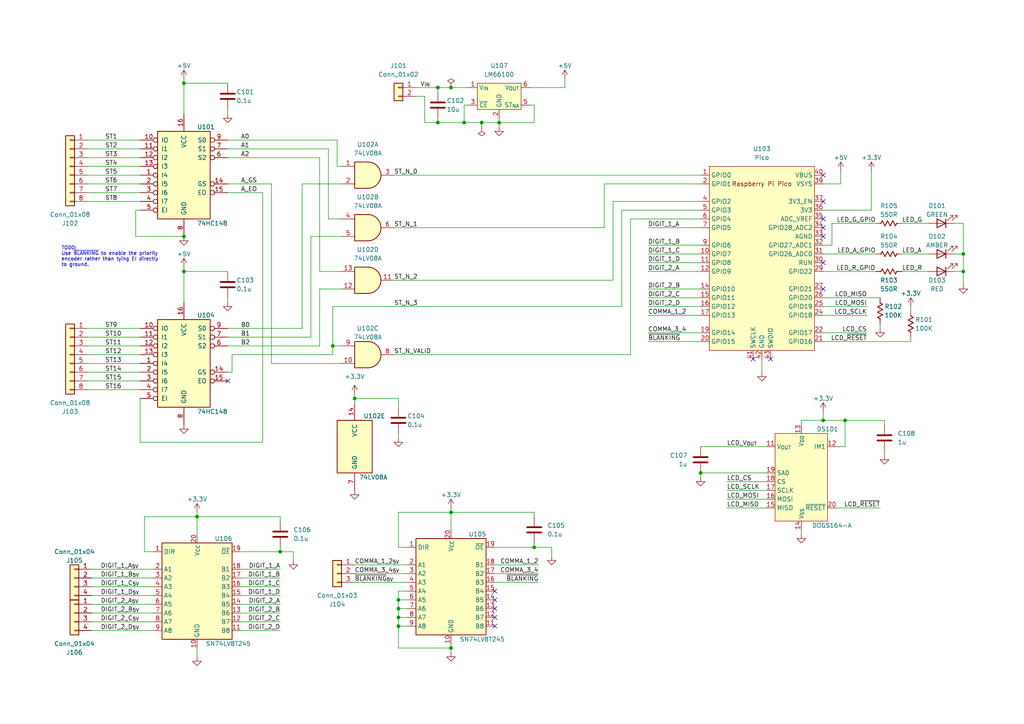
<source format=kicad_sch>
(kicad_sch (version 20230121) (generator eeschema)
  (paper "A4")
  (lib_symbols
    (symbol "74xx:74LS08" (pin_names (offset 1.016))
      (property "Reference" "U" (at 0 1.27 0))
      (property "Value" "74LS08" (at 0 -1.27 0))
      (symbol "74LS08_1_1"
        (pin input line (at -7.62 2.54 0) (length 3.81) (name "~") (number "1"))
        (pin input line (at -7.62 -2.54 0) (length 3.81) (name "~") (number "2"))
        (pin output line (at 7.62 0 180) (length 3.81) (name "~") (number "3"))
      )
      (symbol "74LS08_1_2"
        (pin input inverted (at -7.62 2.54 0) (length 4.318) (name "~") (number "1"))
        (pin input inverted (at -7.62 -2.54 0) (length 4.318) (name "~") (number "2"))
        (pin output inverted (at 7.62 0 180) (length 3.81) (name "~") (number "3"))
      )
      (symbol "74LS08_2_1"
        (pin input line (at -7.62 2.54 0) (length 3.81) (name "~") (number "4"))
        (pin input line (at -7.62 -2.54 0) (length 3.81) (name "~") (number "5"))
        (pin output line (at 7.62 0 180) (length 3.81) (name "~") (number "6"))
      )
      (symbol "74LS08_2_2"
        (pin input inverted (at -7.62 2.54 0) (length 4.318) (name "~") (number "4"))
        (pin input inverted (at -7.62 -2.54 0) (length 4.318) (name "~") (number "5"))
        (pin output inverted (at 7.62 0 180) (length 3.81) (name "~") (number "6"))
      )
      (symbol "74LS08_3_1"
        (pin input line (at -7.62 -2.54 0) (length 3.81) (name "~") (number "10"))
        (pin output line (at 7.62 0 180) (length 3.81) (name "~") (number "8"))
        (pin input line (at -7.62 2.54 0) (length 3.81) (name "~") (number "9"))
      )
      (symbol "74LS08_3_2"
        (pin input inverted (at -7.62 -2.54 0) (length 4.318) (name "~") (number "10"))
        (pin output inverted (at 7.62 0 180) (length 3.81) (name "~") (number "8"))
        (pin input inverted (at -7.62 2.54 0) (length 4.318) (name "~") (number "9"))
      )
      (symbol "74LS08_4_1"
        (pin output line (at 7.62 0 180) (length 3.81) (name "~") (number "11"))
        (pin input line (at -7.62 2.54 0) (length 3.81) (name "~") (number "12"))
        (pin input line (at -7.62 -2.54 0) (length 3.81) (name "~") (number "13"))
      )
      (symbol "74LS08_4_2"
        (pin output inverted (at 7.62 0 180) (length 3.81) (name "~") (number "11"))
        (pin input inverted (at -7.62 2.54 0) (length 4.318) (name "~") (number "12"))
        (pin input inverted (at -7.62 -2.54 0) (length 4.318) (name "~") (number "13"))
      )
      (symbol "74LS08_5_0"
        (pin power_in line (at 0 12.7 270) (length 5.08) (name "VCC") (number "14"))
        (pin power_in line (at 0 -12.7 90) (length 5.08) (name "GND") (number "7"))
      )
    )
    (symbol "74xx:74LS148" (pin_names (offset 1.016))
      (property "Reference" "U" (at -7.62 13.97 0))
      (property "Value" "74LS148" (at -7.62 -13.97 0))
      (symbol "74LS148_1_0"
        (pin input inverted (at -12.7 0 0) (length 5.08) (name "I4") (number "1"))
        (pin input inverted (at -12.7 10.16 0) (length 5.08) (name "IO") (number "10"))
        (pin input inverted (at -12.7 7.62 0) (length 5.08) (name "I1") (number "11"))
        (pin input inverted (at -12.7 5.08 0) (length 5.08) (name "I2") (number "12"))
        (pin input inverted (at -12.7 2.54 0) (length 5.08) (name "I3") (number "13"))
        (pin output inverted (at 12.7 -2.54 180) (length 5.08) (name "GS") (number "14"))
        (pin output inverted (at 12.7 -5.08 180) (length 5.08) (name "EO") (number "15"))
        (pin power_in line (at 0 17.78 270) (length 5.08) (name "VCC") (number "16"))
        (pin input inverted (at -12.7 -2.54 0) (length 5.08) (name "I5") (number "2"))
        (pin input inverted (at -12.7 -5.08 0) (length 5.08) (name "I6") (number "3"))
        (pin input inverted (at -12.7 -7.62 0) (length 5.08) (name "I7") (number "4"))
        (pin input inverted (at -12.7 -10.16 0) (length 5.08) (name "EI") (number "5"))
        (pin output inverted (at 12.7 5.08 180) (length 5.08) (name "S2") (number "6"))
        (pin output inverted (at 12.7 7.62 180) (length 5.08) (name "S1") (number "7"))
        (pin power_in line (at 0 -17.78 90) (length 5.08) (name "GND") (number "8"))
        (pin output inverted (at 12.7 10.16 180) (length 5.08) (name "S0") (number "9"))
      )
    )
    (symbol "Capacitor_US_AKL:C_0805" (pin_numbers hide) (pin_names (offset 0.254))
      (property "Reference" "C" (at 0.635 2.54 0))
      (property "Value" "C_0805" (at 0.635 -2.54 0))
      (symbol "C_0805_1_1"
        (pin passive line (at 0 3.81 270) (length 2.794) (name "~") (number "1"))
        (pin passive line (at 0 -3.81 90) (length 2.794) (name "~") (number "2"))
      )
    )
    (symbol "Connector_Generic:Conn_01x02" (pin_names (offset 1.016) hide)
      (property "Reference" "J" (at 0 2.54 0))
      (property "Value" "Conn_01x02" (at 0 -5.08 0))
      (symbol "Conn_01x02_1_1"
        (pin passive line (at -5.08 0 0) (length 3.81) (name "Pin_1") (number "1"))
        (pin passive line (at -5.08 -2.54 0) (length 3.81) (name "Pin_2") (number "2"))
      )
    )
    (symbol "Connector_Generic:Conn_01x03" (pin_names (offset 1.016) hide)
      (property "Reference" "J" (at 0 5.08 0))
      (property "Value" "Conn_01x03" (at 0 -5.08 0))
      (symbol "Conn_01x03_1_1"
        (pin passive line (at -5.08 2.54 0) (length 3.81) (name "Pin_1") (number "1"))
        (pin passive line (at -5.08 0 0) (length 3.81) (name "Pin_2") (number "2"))
        (pin passive line (at -5.08 -2.54 0) (length 3.81) (name "Pin_3") (number "3"))
      )
    )
    (symbol "Connector_Generic:Conn_01x04" (pin_names (offset 1.016) hide)
      (property "Reference" "J" (at 0 5.08 0))
      (property "Value" "Conn_01x04" (at 0 -7.62 0))
      (symbol "Conn_01x04_1_1"
        (pin passive line (at -5.08 2.54 0) (length 3.81) (name "Pin_1") (number "1"))
        (pin passive line (at -5.08 0 0) (length 3.81) (name "Pin_2") (number "2"))
        (pin passive line (at -5.08 -2.54 0) (length 3.81) (name "Pin_3") (number "3"))
        (pin passive line (at -5.08 -5.08 0) (length 3.81) (name "Pin_4") (number "4"))
      )
    )
    (symbol "Connector_Generic:Conn_01x08" (pin_names (offset 1.016) hide)
      (property "Reference" "J" (at 0 10.16 0))
      (property "Value" "Conn_01x08" (at 0 -12.7 0))
      (symbol "Conn_01x08_1_1"
        (pin passive line (at -5.08 7.62 0) (length 3.81) (name "Pin_1") (number "1"))
        (pin passive line (at -5.08 5.08 0) (length 3.81) (name "Pin_2") (number "2"))
        (pin passive line (at -5.08 2.54 0) (length 3.81) (name "Pin_3") (number "3"))
        (pin passive line (at -5.08 0 0) (length 3.81) (name "Pin_4") (number "4"))
        (pin passive line (at -5.08 -2.54 0) (length 3.81) (name "Pin_5") (number "5"))
        (pin passive line (at -5.08 -5.08 0) (length 3.81) (name "Pin_6") (number "6"))
        (pin passive line (at -5.08 -7.62 0) (length 3.81) (name "Pin_7") (number "7"))
        (pin passive line (at -5.08 -10.16 0) (length 3.81) (name "Pin_8") (number "8"))
      )
    )
    (symbol "Device:LED" (pin_numbers hide) (pin_names (offset 1.016) hide)
      (property "Reference" "D" (at 0 2.54 0))
      (property "Value" "LED" (at 0 -2.54 0))
      (symbol "LED_1_1"
        (pin passive line (at -3.81 0 0) (length 2.54) (name "K") (number "1"))
        (pin passive line (at 3.81 0 180) (length 2.54) (name "A") (number "2"))
      )
    )
    (symbol "Display_Character_bdash:EA_DOGS164-A"
      (property "Reference" "DS" (at -6.35 12.7 0))
      (property "Value" "DOGS164-A" (at 7.62 12.7 0))
      (symbol "EA_DOGS164-A_0_0"
        (pin power_out line (at -10.16 7.62 0) (length 2.54) (name "V_{OUT}") (number "11"))
        (pin input line (at 10.16 7.62 180) (length 2.54) (name "IM1") (number "12"))
        (pin power_in line (at 0 13.97 270) (length 2.54) (name "V_{DD}") (number "13"))
        (pin power_in line (at 0 -16.51 90) (length 2.54) (name "V_{SS}") (number "14"))
        (pin input line (at -10.16 -5.08 0) (length 2.54) (name "SCLK") (number "17"))
        (pin input line (at -10.16 -2.54 0) (length 2.54) (name "CS") (number "18"))
        (pin input line (at -10.16 0 0) (length 2.54) (name "SA0") (number "19"))
        (pin input line (at 10.16 -10.16 180) (length 2.54) (name "~{RESET}") (number "20"))
      )
      (symbol "EA_DOGS164-A_1_0"
        (pin no_connect line (at 7.62 1.27 180) (length 2.54) hide (name "") (number "1"))
        (pin no_connect line (at 7.62 -6.35 180) (length 2.54) hide (name "") (number "10"))
        (pin output line (at -10.16 -10.16 0) (length 2.54) (name "SOD") (number "15") (alternate "MISO" output line))
        (pin input line (at -10.16 -7.62 0) (length 2.54) (name "SID") (number "16") (alternate "MOSI" input line))
        (pin no_connect line (at 7.62 -1.27 180) (length 2.54) hide (name "") (number "2"))
        (pin no_connect line (at 7.62 -3.81 180) (length 2.54) hide (name "") (number "9"))
      )
    )
    (symbol "Logic_LevelTranslator_bdash:SN74LV8T245"
      (property "Reference" "U" (at -8.89 13.97 0))
      (property "Value" "SN74LV8T245" (at 12.7 13.97 0))
      (symbol "SN74LV8T245_1_1"
        (pin input line (at -12.7 10.16 0) (length 2.54) (name "DIR") (number "1"))
        (pin power_in line (at 0 -17.78 90) (length 2.54) (name "GND") (number "10"))
        (pin bidirectional line (at 12.7 -12.7 180) (length 2.54) (name "B8") (number "11"))
        (pin bidirectional line (at 12.7 -10.16 180) (length 2.54) (name "B7") (number "12"))
        (pin bidirectional line (at 12.7 -7.62 180) (length 2.54) (name "B6") (number "13"))
        (pin bidirectional line (at 12.7 -5.08 180) (length 2.54) (name "B5") (number "14"))
        (pin bidirectional line (at 12.7 -2.54 180) (length 2.54) (name "B4") (number "15"))
        (pin bidirectional line (at 12.7 0 180) (length 2.54) (name "B3") (number "16"))
        (pin bidirectional line (at 12.7 2.54 180) (length 2.54) (name "B2") (number "17"))
        (pin bidirectional line (at 12.7 5.08 180) (length 2.54) (name "B1") (number "18"))
        (pin input line (at 12.7 10.16 180) (length 2.54) (name "~{OE}") (number "19"))
        (pin bidirectional line (at -12.7 5.08 0) (length 2.54) (name "A1") (number "2"))
        (pin power_in line (at 0 15.24 270) (length 2.54) (name "V_{CC}") (number "20"))
        (pin bidirectional line (at -12.7 2.54 0) (length 2.54) (name "A2") (number "3"))
        (pin bidirectional line (at -12.7 0 0) (length 2.54) (name "A3") (number "4"))
        (pin bidirectional line (at -12.7 -2.54 0) (length 2.54) (name "A4") (number "5"))
        (pin bidirectional line (at -12.7 -5.08 0) (length 2.54) (name "A5") (number "6"))
        (pin bidirectional line (at -12.7 -7.62 0) (length 2.54) (name "A6") (number "7"))
        (pin bidirectional line (at -12.7 -10.16 0) (length 2.54) (name "A7") (number "8"))
        (pin bidirectional line (at -12.7 -12.7 0) (length 2.54) (name "A8") (number "9"))
      )
    )
    (symbol "MCU_RaspberryPi_and_Boards_bdash:Pico"
      (property "Reference" "U104" (at 0 31.75 0))
      (property "Value" "Pico" (at 0 29.21 0))
      (symbol "Pico_0_0"
        (text "Raspberry Pi Pico" (at 0 21.59 0) (effects (font (size 1.27 1.27))))
      )
      (symbol "Pico_1_1"
        (pin bidirectional line (at -17.78 24.13 0) (length 2.54) (name "GPIO0") (number "1"))
        (pin bidirectional line (at -17.78 1.27 0) (length 2.54) (name "GPIO7") (number "10"))
        (pin bidirectional line (at -17.78 -1.27 0) (length 2.54) (name "GPIO8") (number "11"))
        (pin bidirectional line (at -17.78 -3.81 0) (length 2.54) (name "GPIO9") (number "12"))
        (pin power_in line (at 0 -29.21 90) (length 2.54) hide (name "GND") (number "13"))
        (pin bidirectional line (at -17.78 -8.89 0) (length 2.54) (name "GPIO10") (number "14"))
        (pin bidirectional line (at -17.78 -11.43 0) (length 2.54) (name "GPIO11") (number "15"))
        (pin bidirectional line (at -17.78 -13.97 0) (length 2.54) (name "GPIO12") (number "16"))
        (pin bidirectional line (at -17.78 -16.51 0) (length 2.54) (name "GPIO13") (number "17"))
        (pin power_in line (at 0 -29.21 90) (length 2.54) hide (name "GND") (number "18"))
        (pin bidirectional line (at -17.78 -21.59 0) (length 2.54) (name "GPIO14") (number "19"))
        (pin bidirectional line (at -17.78 21.59 0) (length 2.54) (name "GPIO1") (number "2"))
        (pin bidirectional line (at -17.78 -24.13 0) (length 2.54) (name "GPIO15") (number "20"))
        (pin bidirectional line (at 17.78 -24.13 180) (length 2.54) (name "GPIO16") (number "21"))
        (pin bidirectional line (at 17.78 -21.59 180) (length 2.54) (name "GPIO17") (number "22"))
        (pin power_in line (at 0 -29.21 90) (length 2.54) hide (name "GND") (number "23"))
        (pin bidirectional line (at 17.78 -16.51 180) (length 2.54) (name "GPIO18") (number "24"))
        (pin bidirectional line (at 17.78 -13.97 180) (length 2.54) (name "GPIO19") (number "25"))
        (pin bidirectional line (at 17.78 -11.43 180) (length 2.54) (name "GPIO20") (number "26"))
        (pin bidirectional line (at 17.78 -8.89 180) (length 2.54) (name "GPIO21") (number "27"))
        (pin power_in line (at 0 -29.21 90) (length 2.54) hide (name "GND") (number "28"))
        (pin bidirectional line (at 17.78 -3.81 180) (length 2.54) (name "GPIO22") (number "29"))
        (pin power_in line (at 0 -29.21 90) (length 2.54) hide (name "GND") (number "3"))
        (pin input line (at 17.78 -1.27 180) (length 2.54) (name "RUN") (number "30"))
        (pin bidirectional line (at 17.78 1.27 180) (length 2.54) (name "GPIO26_ADC0") (number "31"))
        (pin bidirectional line (at 17.78 3.81 180) (length 2.54) (name "GPIO27_ADC1") (number "32"))
        (pin power_in line (at 17.78 6.35 180) (length 2.54) (name "AGND") (number "33"))
        (pin bidirectional line (at 17.78 8.89 180) (length 2.54) (name "GPIO28_ADC2") (number "34"))
        (pin power_in line (at 17.78 11.43 180) (length 2.54) (name "ADC_VREF") (number "35"))
        (pin power_out line (at 17.78 13.97 180) (length 2.54) (name "3V3") (number "36"))
        (pin input line (at 17.78 16.51 180) (length 2.54) (name "3V3_EN") (number "37"))
        (pin power_in line (at 0 -29.21 90) (length 2.54) hide (name "GND") (number "38"))
        (pin power_in line (at 17.78 21.59 180) (length 2.54) (name "VSYS") (number "39"))
        (pin bidirectional line (at -17.78 16.51 0) (length 2.54) (name "GPIO2") (number "4"))
        (pin power_in line (at 17.78 24.13 180) (length 2.54) (name "VBUS") (number "40"))
        (pin input line (at -2.54 -29.21 90) (length 2.54) (name "SWCLK") (number "41"))
        (pin power_in line (at 0 -29.21 90) (length 2.54) (name "GND") (number "42"))
        (pin bidirectional line (at 2.54 -29.21 90) (length 2.54) (name "SWDIO") (number "43"))
        (pin bidirectional line (at -17.78 13.97 0) (length 2.54) (name "GPIO3") (number "5"))
        (pin bidirectional line (at -17.78 11.43 0) (length 2.54) (name "GPIO4") (number "6"))
        (pin bidirectional line (at -17.78 8.89 0) (length 2.54) (name "GPIO5") (number "7"))
        (pin power_in line (at 0 -29.21 90) (length 2.54) hide (name "GND") (number "8"))
        (pin bidirectional line (at -17.78 3.81 0) (length 2.54) (name "GPIO6") (number "9"))
      )
    )
    (symbol "Power_Management_bdash:LM66100"
      (property "Reference" "U" (at -5.08 5.08 0))
      (property "Value" "LM66100" (at 5.08 5.08 0))
      (symbol "LM66100_0_0"
        (pin power_in line (at -8.89 2.54 0) (length 2.54) (name "V_{IN}") (number "1"))
        (pin power_in line (at 0 -6.35 90) (length 2.54) (name "GND") (number "2"))
        (pin input line (at -8.89 -2.54 0) (length 2.54) (name "~{CE}") (number "3"))
        (pin power_out line (at 8.89 2.54 180) (length 2.54) (name "V_{OUT}") (number "6"))
      )
      (symbol "LM66100_1_0"
        (pin no_connect line (at 20.32 -5.08 0) (length 2.54) hide (name "N/C") (number "4"))
        (pin output line (at 8.89 -2.54 180) (length 2.54) (name "ST") (number "5") (alternate "ST_{NA}" passive line))
      )
    )
    (symbol "Resistor_US_AKL:R_0805" (pin_numbers hide) (pin_names (offset 0))
      (property "Reference" "R" (at 2.54 1.27 0))
      (property "Value" "R_0805" (at 2.54 -1.27 0))
      (symbol "R_0805_1_1"
        (pin passive line (at 0 3.81 270) (length 1.27) (name "~") (number "1"))
        (pin passive line (at 0 -3.81 90) (length 1.27) (name "~") (number "2"))
      )
    )
    (symbol "power:+3.3V" (power) (pin_names (offset 0))
      (property "Value" "+3.3V" (at 0 3.556 0))
      (symbol "+3.3V_1_1"
        (pin power_in line (at 0 0 90) (length 0) hide (name "+3.3V") (number "1"))
      )
    )
    (symbol "power:+5V" (power) (pin_names (offset 0))
      (property "Value" "+5V" (at 0 3.556 0))
      (symbol "+5V_1_1"
        (pin power_in line (at 0 0 90) (length 0) hide (name "+5V") (number "1"))
      )
    )
    (symbol "power:GND" (power) (pin_names (offset 0))
      (property "Value" "GND" (at 0 -3.81 0))
      (symbol "GND_1_1"
        (pin power_in line (at 0 0 270) (length 0) hide (name "GND") (number "1"))
      )
    )
    (symbol "power:PWR_FLAG" (power) (pin_numbers hide) (pin_names (offset 0) hide)
      (property "Value" "PWR_FLAG" (at 0 3.81 0))
      (symbol "PWR_FLAG_0_0"
        (pin power_out line (at 0 0 90) (length 0) (name "pwr") (number "1"))
      )
    )
  )
  (junction (at 96.52 100.33))
  (junction (at 102.87 115.57))
  (junction (at 81.28 160.02))
  (junction (at 115.57 173.99))
  (junction (at 130.81 187.96))
  (junction (at 134.62 35.56))
  (junction (at 144.78 35.56))
  (junction (at 53.34 24.13))
  (junction (at 127 35.56))
  (junction (at 238.76 121.92))
  (junction (at 130.81 148.59))
  (junction (at 154.94 158.75))
  (junction (at 130.81 25.4))
  (junction (at 53.34 68.58))
  (junction (at 139.7 35.56))
  (junction (at 245.11 121.92))
  (junction (at 127 25.4))
  (junction (at 115.57 179.07))
  (junction (at 279.4 78.74))
  (junction (at 279.4 73.66))
  (junction (at 57.15 149.86))
  (junction (at 53.34 78.74))
  (junction (at 203.2 137.16))
  (junction (at 115.57 176.53))
  (junction (at 115.57 181.61))
  (no_connect (at 238.76 50.8))
  (no_connect (at 218.44 104.14))
  (no_connect (at 143.51 179.07))
  (no_connect (at 238.76 58.42))
  (no_connect (at 66.04 110.49))
  (no_connect (at 238.76 66.04))
  (no_connect (at 238.76 83.82))
  (no_connect (at 238.76 63.5))
  (no_connect (at 143.51 171.45))
  (no_connect (at 143.51 181.61))
  (no_connect (at 238.76 76.2))
  (no_connect (at 143.51 176.53))
  (no_connect (at 238.76 68.58))
  (no_connect (at 223.52 104.14))
  (no_connect (at 143.51 173.99))
  (wire (pts (xy 127 25.4) (xy 130.81 25.4)))
  (wire (pts (xy 118.11 171.45) (xy 115.57 171.45)))
  (wire (pts (xy 261.62 78.74) (xy 269.24 78.74)))
  (wire (pts (xy 25.4 97.79) (xy 40.64 97.79)))
  (wire (pts (xy 53.34 24.13) (xy 66.04 24.13)))
  (wire (pts (xy 163.83 25.4) (xy 163.83 22.86)))
  (wire (pts (xy 115.57 179.07) (xy 118.11 179.07)))
  (wire (pts (xy 57.15 149.86) (xy 57.15 154.94)))
  (wire (pts (xy 154.94 158.75) (xy 143.51 158.75)))
  (wire (pts (xy 53.34 78.74) (xy 53.34 87.63)))
  (wire (pts (xy 115.57 148.59) (xy 130.81 148.59)))
  (wire (pts (xy 39.37 60.96) (xy 40.64 60.96)))
  (wire (pts (xy 241.3 64.77) (xy 254 64.77)))
  (wire (pts (xy 115.57 148.59) (xy 115.57 158.75)))
  (wire (pts (xy 26.67 180.34) (xy 44.45 180.34)))
  (wire (pts (xy 180.34 60.96) (xy 180.34 88.9)))
  (wire (pts (xy 25.4 43.18) (xy 40.64 43.18)))
  (wire (pts (xy 66.04 100.33) (xy 92.71 100.33)))
  (wire (pts (xy 25.4 48.26) (xy 40.64 48.26)))
  (wire (pts (xy 96.52 102.87) (xy 96.52 100.33)))
  (wire (pts (xy 115.57 125.73) (xy 115.57 127)))
  (wire (pts (xy 115.57 158.75) (xy 118.11 158.75)))
  (wire (pts (xy 87.63 95.25) (xy 87.63 53.34)))
  (wire (pts (xy 154.94 35.56) (xy 144.78 35.56)))
  (wire (pts (xy 53.34 68.58) (xy 39.37 68.58)))
  (wire (pts (xy 114.3 102.87) (xy 182.88 102.87)))
  (wire (pts (xy 66.04 86.36) (xy 66.04 87.63)))
  (wire (pts (xy 156.21 168.91) (xy 143.51 168.91)))
  (wire (pts (xy 220.98 104.14) (xy 220.98 107.95)))
  (wire (pts (xy 102.87 163.83) (xy 118.11 163.83)))
  (wire (pts (xy 78.74 53.34) (xy 66.04 53.34)))
  (wire (pts (xy 97.79 40.64) (xy 97.79 48.26)))
  (wire (pts (xy 238.76 86.36) (xy 255.27 86.36)))
  (wire (pts (xy 238.76 78.74) (xy 254 78.74)))
  (wire (pts (xy 25.4 105.41) (xy 40.64 105.41)))
  (wire (pts (xy 69.85 175.26) (xy 81.28 175.26)))
  (wire (pts (xy 238.76 91.44) (xy 251.46 91.44)))
  (wire (pts (xy 25.4 95.25) (xy 40.64 95.25)))
  (wire (pts (xy 40.64 128.27) (xy 40.64 115.57)))
  (wire (pts (xy 130.81 148.59) (xy 130.81 153.67)))
  (wire (pts (xy 25.4 102.87) (xy 40.64 102.87)))
  (wire (pts (xy 115.57 181.61) (xy 118.11 181.61)))
  (wire (pts (xy 26.67 172.72) (xy 44.45 172.72)))
  (wire (pts (xy 123.19 27.94) (xy 120.65 27.94)))
  (wire (pts (xy 187.96 91.44) (xy 203.2 91.44)))
  (wire (pts (xy 102.87 114.3) (xy 102.87 115.57)))
  (wire (pts (xy 203.2 137.16) (xy 222.25 137.16)))
  (wire (pts (xy 76.2 55.88) (xy 66.04 55.88)))
  (wire (pts (xy 115.57 176.53) (xy 115.57 179.07)))
  (wire (pts (xy 102.87 166.37) (xy 118.11 166.37)))
  (wire (pts (xy 41.91 160.02) (xy 44.45 160.02)))
  (wire (pts (xy 238.76 121.92) (xy 245.11 121.92)))
  (wire (pts (xy 25.4 100.33) (xy 40.64 100.33)))
  (wire (pts (xy 97.79 48.26) (xy 99.06 48.26)))
  (wire (pts (xy 276.86 64.77) (xy 279.4 64.77)))
  (wire (pts (xy 153.67 25.4) (xy 163.83 25.4)))
  (wire (pts (xy 134.62 30.48) (xy 134.62 35.56)))
  (wire (pts (xy 187.96 66.04) (xy 203.2 66.04)))
  (wire (pts (xy 92.71 78.74) (xy 99.06 78.74)))
  (wire (pts (xy 134.62 30.48) (xy 135.89 30.48)))
  (wire (pts (xy 26.67 182.88) (xy 44.45 182.88)))
  (wire (pts (xy 26.67 170.18) (xy 44.45 170.18)))
  (wire (pts (xy 154.94 30.48) (xy 154.94 35.56)))
  (wire (pts (xy 25.4 113.03) (xy 40.64 113.03)))
  (wire (pts (xy 53.34 24.13) (xy 53.34 33.02)))
  (wire (pts (xy 53.34 22.86) (xy 53.34 24.13)))
  (wire (pts (xy 245.11 121.92) (xy 256.54 121.92)))
  (wire (pts (xy 69.85 180.34) (xy 81.28 180.34)))
  (wire (pts (xy 81.28 160.02) (xy 69.85 160.02)))
  (wire (pts (xy 276.86 73.66) (xy 279.4 73.66)))
  (wire (pts (xy 69.85 172.72) (xy 81.28 172.72)))
  (wire (pts (xy 81.28 158.75) (xy 81.28 160.02)))
  (wire (pts (xy 25.4 110.49) (xy 40.64 110.49)))
  (wire (pts (xy 203.2 53.34) (xy 175.26 53.34)))
  (wire (pts (xy 139.7 35.56) (xy 144.78 35.56)))
  (wire (pts (xy 127 35.56) (xy 134.62 35.56)))
  (wire (pts (xy 95.25 43.18) (xy 95.25 63.5)))
  (wire (pts (xy 210.82 147.32) (xy 222.25 147.32)))
  (wire (pts (xy 130.81 187.96) (xy 130.81 189.23)))
  (wire (pts (xy 238.76 119.38) (xy 238.76 121.92)))
  (wire (pts (xy 53.34 77.47) (xy 53.34 78.74)))
  (wire (pts (xy 245.11 121.92) (xy 245.11 129.54)))
  (wire (pts (xy 41.91 149.86) (xy 57.15 149.86)))
  (wire (pts (xy 57.15 149.86) (xy 81.28 149.86)))
  (wire (pts (xy 123.19 27.94) (xy 123.19 35.56)))
  (wire (pts (xy 130.81 25.4) (xy 135.89 25.4)))
  (wire (pts (xy 102.87 168.91) (xy 118.11 168.91)))
  (wire (pts (xy 279.4 73.66) (xy 279.4 78.74)))
  (wire (pts (xy 67.31 107.95) (xy 66.04 107.95)))
  (wire (pts (xy 26.67 175.26) (xy 44.45 175.26)))
  (wire (pts (xy 241.3 64.77) (xy 241.3 71.12)))
  (wire (pts (xy 154.94 148.59) (xy 154.94 149.86)))
  (wire (pts (xy 127 25.4) (xy 127 26.67)))
  (wire (pts (xy 139.7 36.83) (xy 139.7 35.56)))
  (wire (pts (xy 76.2 128.27) (xy 40.64 128.27)))
  (wire (pts (xy 114.3 81.28) (xy 177.8 81.28)))
  (wire (pts (xy 92.71 100.33) (xy 92.71 83.82)))
  (wire (pts (xy 203.2 137.16) (xy 203.2 138.43)))
  (wire (pts (xy 25.4 55.88) (xy 40.64 55.88)))
  (wire (pts (xy 130.81 147.32) (xy 130.81 148.59)))
  (wire (pts (xy 57.15 187.96) (xy 57.15 190.5)))
  (wire (pts (xy 69.85 182.88) (xy 81.28 182.88)))
  (wire (pts (xy 210.82 144.78) (xy 222.25 144.78)))
  (wire (pts (xy 130.81 148.59) (xy 154.94 148.59)))
  (wire (pts (xy 160.02 158.75) (xy 154.94 158.75)))
  (wire (pts (xy 78.74 53.34) (xy 78.74 105.41)))
  (wire (pts (xy 238.76 73.66) (xy 254 73.66)))
  (wire (pts (xy 115.57 181.61) (xy 115.57 187.96)))
  (wire (pts (xy 203.2 63.5) (xy 182.88 63.5)))
  (wire (pts (xy 66.04 43.18) (xy 95.25 43.18)))
  (wire (pts (xy 69.85 167.64) (xy 81.28 167.64)))
  (wire (pts (xy 127 34.29) (xy 127 35.56)))
  (wire (pts (xy 203.2 129.54) (xy 222.25 129.54)))
  (wire (pts (xy 67.31 102.87) (xy 67.31 107.95)))
  (wire (pts (xy 276.86 78.74) (xy 279.4 78.74)))
  (wire (pts (xy 95.25 63.5) (xy 99.06 63.5)))
  (wire (pts (xy 123.19 35.56) (xy 127 35.56)))
  (wire (pts (xy 264.16 88.9) (xy 264.16 90.17)))
  (wire (pts (xy 115.57 171.45) (xy 115.57 173.99)))
  (wire (pts (xy 187.96 78.74) (xy 203.2 78.74)))
  (wire (pts (xy 66.04 45.72) (xy 92.71 45.72)))
  (wire (pts (xy 232.41 153.67) (xy 232.41 154.94)))
  (wire (pts (xy 96.52 88.9) (xy 96.52 100.33)))
  (wire (pts (xy 114.3 50.8) (xy 203.2 50.8)))
  (wire (pts (xy 187.96 71.12) (xy 203.2 71.12)))
  (wire (pts (xy 175.26 66.04) (xy 114.3 66.04)))
  (wire (pts (xy 252.73 60.96) (xy 252.73 49.53)))
  (wire (pts (xy 134.62 35.56) (xy 139.7 35.56)))
  (wire (pts (xy 85.09 160.02) (xy 81.28 160.02)))
  (wire (pts (xy 256.54 121.92) (xy 256.54 123.19)))
  (wire (pts (xy 115.57 187.96) (xy 130.81 187.96)))
  (wire (pts (xy 261.62 73.66) (xy 269.24 73.66)))
  (wire (pts (xy 144.78 36.83) (xy 144.78 35.56)))
  (wire (pts (xy 187.96 83.82) (xy 203.2 83.82)))
  (wire (pts (xy 182.88 63.5) (xy 182.88 102.87)))
  (wire (pts (xy 115.57 115.57) (xy 115.57 118.11)))
  (wire (pts (xy 90.17 68.58) (xy 99.06 68.58)))
  (wire (pts (xy 66.04 95.25) (xy 87.63 95.25)))
  (wire (pts (xy 279.4 64.77) (xy 279.4 73.66)))
  (wire (pts (xy 96.52 88.9) (xy 180.34 88.9)))
  (wire (pts (xy 57.15 148.59) (xy 57.15 149.86)))
  (wire (pts (xy 41.91 149.86) (xy 41.91 160.02)))
  (wire (pts (xy 115.57 173.99) (xy 118.11 173.99)))
  (wire (pts (xy 39.37 68.58) (xy 39.37 60.96)))
  (wire (pts (xy 232.41 121.92) (xy 232.41 123.19)))
  (wire (pts (xy 115.57 179.07) (xy 115.57 181.61)))
  (wire (pts (xy 242.57 147.32) (xy 255.27 147.32)))
  (wire (pts (xy 25.4 40.64) (xy 40.64 40.64)))
  (wire (pts (xy 187.96 76.2) (xy 203.2 76.2)))
  (wire (pts (xy 76.2 55.88) (xy 76.2 128.27)))
  (wire (pts (xy 243.84 53.34) (xy 238.76 53.34)))
  (wire (pts (xy 238.76 121.92) (xy 232.41 121.92)))
  (wire (pts (xy 238.76 60.96) (xy 252.73 60.96)))
  (wire (pts (xy 92.71 45.72) (xy 92.71 78.74)))
  (wire (pts (xy 238.76 96.52) (xy 251.46 96.52)))
  (wire (pts (xy 245.11 129.54) (xy 242.57 129.54)))
  (wire (pts (xy 279.4 78.74) (xy 279.4 82.55)))
  (wire (pts (xy 115.57 176.53) (xy 118.11 176.53)))
  (wire (pts (xy 25.4 50.8) (xy 40.64 50.8)))
  (wire (pts (xy 144.78 35.56) (xy 144.78 34.29)))
  (wire (pts (xy 187.96 88.9) (xy 203.2 88.9)))
  (wire (pts (xy 241.3 71.12) (xy 238.76 71.12)))
  (wire (pts (xy 187.96 86.36) (xy 203.2 86.36)))
  (wire (pts (xy 69.85 177.8) (xy 81.28 177.8)))
  (wire (pts (xy 25.4 45.72) (xy 40.64 45.72)))
  (wire (pts (xy 115.57 173.99) (xy 115.57 176.53)))
  (wire (pts (xy 26.67 165.1) (xy 44.45 165.1)))
  (wire (pts (xy 156.21 166.37) (xy 143.51 166.37)))
  (wire (pts (xy 210.82 139.7) (xy 222.25 139.7)))
  (wire (pts (xy 177.8 58.42) (xy 203.2 58.42)))
  (wire (pts (xy 177.8 81.28) (xy 177.8 58.42)))
  (wire (pts (xy 81.28 149.86) (xy 81.28 151.13)))
  (wire (pts (xy 102.87 115.57) (xy 115.57 115.57)))
  (wire (pts (xy 66.04 40.64) (xy 97.79 40.64)))
  (wire (pts (xy 25.4 53.34) (xy 40.64 53.34)))
  (wire (pts (xy 210.82 142.24) (xy 222.25 142.24)))
  (wire (pts (xy 25.4 107.95) (xy 40.64 107.95)))
  (wire (pts (xy 160.02 161.29) (xy 160.02 158.75)))
  (wire (pts (xy 120.65 25.4) (xy 127 25.4)))
  (wire (pts (xy 26.67 177.8) (xy 44.45 177.8)))
  (wire (pts (xy 156.21 163.83) (xy 143.51 163.83)))
  (wire (pts (xy 96.52 102.87) (xy 67.31 102.87)))
  (wire (pts (xy 85.09 162.56) (xy 85.09 160.02)))
  (wire (pts (xy 243.84 49.53) (xy 243.84 53.34)))
  (wire (pts (xy 102.87 115.57) (xy 102.87 116.84)))
  (wire (pts (xy 96.52 100.33) (xy 99.06 100.33)))
  (wire (pts (xy 255.27 95.25) (xy 255.27 93.98)))
  (wire (pts (xy 238.76 88.9) (xy 251.46 88.9)))
  (wire (pts (xy 66.04 31.75) (xy 66.04 33.02)))
  (wire (pts (xy 130.81 186.69) (xy 130.81 187.96)))
  (wire (pts (xy 69.85 170.18) (xy 81.28 170.18)))
  (wire (pts (xy 69.85 165.1) (xy 81.28 165.1)))
  (wire (pts (xy 92.71 83.82) (xy 99.06 83.82)))
  (wire (pts (xy 187.96 73.66) (xy 203.2 73.66)))
  (wire (pts (xy 66.04 97.79) (xy 90.17 97.79)))
  (wire (pts (xy 25.4 58.42) (xy 40.64 58.42)))
  (wire (pts (xy 261.62 64.77) (xy 269.24 64.77)))
  (wire (pts (xy 256.54 130.81) (xy 256.54 132.08)))
  (wire (pts (xy 87.63 53.34) (xy 99.06 53.34)))
  (wire (pts (xy 187.96 99.06) (xy 203.2 99.06)))
  (wire (pts (xy 154.94 30.48) (xy 153.67 30.48)))
  (wire (pts (xy 53.34 78.74) (xy 66.04 78.74)))
  (wire (pts (xy 175.26 53.34) (xy 175.26 66.04)))
  (wire (pts (xy 154.94 157.48) (xy 154.94 158.75)))
  (wire (pts (xy 264.16 99.06) (xy 264.16 97.79)))
  (wire (pts (xy 78.74 105.41) (xy 99.06 105.41)))
  (wire (pts (xy 203.2 60.96) (xy 180.34 60.96)))
  (wire (pts (xy 26.67 167.64) (xy 44.45 167.64)))
  (wire (pts (xy 187.96 96.52) (xy 203.2 96.52)))
  (wire (pts (xy 238.76 99.06) (xy 264.16 99.06)))
  (wire (pts (xy 90.17 97.79) (xy 90.17 68.58)))
  (text "TODO:\nUse ~{BLANKING} to enable the priority\nencoder rather than tying EI directly\nto ground." (at 17.78 77.47 0) (effects (font (size 1 1)) (justify left bottom)))
  (label "ST_N_0" (at 114.3 50.8 0))
  (label "LCD_MISO" (at 210.82 147.32 0))
  (label "~{BLANKING}_{5V}" (at 102.87 168.91 0))
  (label "DIGIT_2_B_{5V}" (at 29.21 177.8 0))
  (label "DIGIT_2_D" (at 81.28 182.88 180))
  (label "DIGIT_1_B" (at 187.96 71.12 0))
  (label "ST12" (at 30.48 102.87 0))
  (label "LCD_SCLK" (at 210.82 142.24 0))
  (label "LED_R_GPIO" (at 242.57 78.74 0))
  (label "COMMA_3_4" (at 156.21 166.37 180))
  (label "DIGIT_1_B_{5V}" (at 29.21 167.64 0))
  (label "DIGIT_1_B" (at 81.28 167.64 180))
  (label "LED_A" (at 261.62 73.66 0))
  (label "LED_G_GPIO" (at 254 64.77 180))
  (label "ST7" (at 30.48 55.88 0))
  (label "DIGIT_2_A_{5V}" (at 29.21 175.26 0))
  (label "DIGIT_2_A" (at 187.96 78.74 0))
  (label "COMMA_3_4" (at 187.96 96.52 0))
  (label "LCD_MISO" (at 251.46 86.36 180))
  (label "A1" (at 69.85 43.18 0))
  (label "B0" (at 69.85 95.25 0))
  (label "LCD_MOSI" (at 251.46 88.9 180))
  (label "LCD_MOSI" (at 210.82 144.78 0))
  (label "ST5" (at 30.48 50.8 0))
  (label "A_EO" (at 69.85 55.88 0))
  (label "DIGIT_2_B" (at 187.96 83.82 0))
  (label "ST8" (at 30.48 58.42 0))
  (label "ST11" (at 30.48 100.33 0))
  (label "ST3" (at 30.48 45.72 0))
  (label "COMMA_1_2" (at 187.96 91.44 0))
  (label "ST15" (at 30.48 110.49 0))
  (label "A2" (at 69.85 45.72 0))
  (label "LCD_~{RESET}" (at 255.27 147.32 180))
  (label "LCD_V_{OUT}" (at 210.82 129.54 0))
  (label "B2" (at 69.85 100.33 0))
  (label "DIGIT_1_C" (at 187.96 73.66 0))
  (label "COMMA_3_4_{5V}" (at 102.87 166.37 0))
  (label "ST2" (at 30.48 43.18 0))
  (label "ST_N_2" (at 114.3 81.28 0))
  (label "LCD_CS" (at 210.82 139.7 0))
  (label "DIGIT_1_A" (at 81.28 165.1 180))
  (label "ST1" (at 30.48 40.64 0))
  (label "COMMA_1_2" (at 156.21 163.83 180))
  (label "DIGIT_2_B" (at 81.28 177.8 180))
  (label "DIGIT_2_C" (at 187.96 86.36 0))
  (label "ST14" (at 30.48 107.95 0))
  (label "LED_A_GPIO" (at 254 73.66 180))
  (label "V_{IN}" (at 121.92 25.4 0))
  (label "DIGIT_1_D_{5V}" (at 29.21 172.72 0))
  (label "ST13" (at 30.48 105.41 0))
  (label "LCD_SCLK" (at 251.46 91.44 180))
  (label "COMMA_1_2_{5V}" (at 102.87 163.83 0))
  (label "DIGIT_1_C_{5V}" (at 29.21 170.18 0))
  (label "DIGIT_1_D" (at 81.28 172.72 180))
  (label "~{BLANKING}" (at 156.21 168.91 180))
  (label "B1" (at 69.85 97.79 0))
  (label "LED_R" (at 261.62 78.74 0))
  (label "DIGIT_1_C" (at 81.28 170.18 180))
  (label "ST_N_1" (at 114.3 66.04 0))
  (label "DIGIT_2_A" (at 81.28 175.26 180))
  (label "DIGIT_1_A_{5V}" (at 29.21 165.1 0))
  (label "LCD_CS" (at 251.46 96.52 180))
  (label "DIGIT_1_D" (at 187.96 76.2 0))
  (label "ST10" (at 30.48 97.79 0))
  (label "ST_N_VALID" (at 114.3 102.87 0))
  (label "DIGIT_1_A" (at 187.96 66.04 0))
  (label "A_GS" (at 69.85 53.34 0))
  (label "LED_G" (at 261.62 64.77 0))
  (label "DIGIT_2_C_{5V}" (at 29.21 180.34 0))
  (label "ST_N_3" (at 114.3 88.9 0))
  (label "DIGIT_2_D_{5V}" (at 29.21 182.88 0))
  (label "DIGIT_2_C" (at 81.28 180.34 180))
  (label "DIGIT_2_D" (at 187.96 88.9 0))
  (label "A0" (at 69.85 40.64 0))
  (label "ST4" (at 30.48 48.26 0))
  (label "ST6" (at 30.48 53.34 0))
  (label "~{BLANKING}" (at 187.96 99.06 0))
  (label "ST9" (at 30.48 95.25 0))
  (label "ST16" (at 30.48 113.03 0))
  (label "LCD_~{RESET}" (at 251.46 99.06 180))
  (symbol (lib_id "Device:LED") (at 273.05 64.77 180) (unit 1)
    (property "Reference" "D101" (at 271.78 59.69 0))
    (property "Value" "GREEN" (at 271.78 62.23 0))
    (property "Footprint" "Diode_SMD_AKL:D_1206_3216Metric_Pad1.42x1.75mm_HandSolder" (effects hide))
    (property "Datasheet" "https://optoelectronics.liteon.com/upload/download/DS-22-98-0004/LTST-C150GKT.pdf" (effects hide))
    (property "MPN" "LTST-C150GKT" (effects hide))
  )
  (symbol (lib_id "power:+3.3V") (at 130.81 147.32 0) (unit 1)
    (property "Reference" "#PWR0115" (effects hide))
    (property "Value" "+3.3V" (at 130.81 143.51 0))
  )
  (symbol (lib_id "power:GND") (at 255.27 95.25 0) (unit 1)
    (property "Reference" "#PWR0126" (effects hide))
    (property "Value" "GND" (effects hide))
  )
  (symbol (lib_id "power:GND") (at 57.15 190.5 0) (unit 1)
    (property "Reference" "#PWR0119" (effects hide))
    (property "Value" "GND" (effects hide))
  )
  (symbol (lib_id "power:GND") (at 144.78 36.83 0) (unit 1)
    (property "Reference" "#PWR0128" (effects hide))
    (property "Value" "GND" (effects hide))
  )
  (symbol (lib_id "74xx:74LS148") (at 53.34 50.8 0) (unit 1)
    (property "Reference" "U101" (at 57.15 36.83 0) (effects (justify left)))
    (property "Value" "74HC148" (at 57.15 64.77 0) (effects (justify left)))
    (property "Footprint" "Package_DIP_AKL:DIP-16_W7.62mm" (effects hide))
    (property "Datasheet" "http://www.ti.com/lit/gpn/sn74LS148" (effects hide))
    (property "MPN" "SN74HC148N" (effects hide))
  )
  (symbol (lib_id "power:+3.3V") (at 102.87 114.3 0) (unit 1)
    (property "Reference" "#PWR0111" (effects hide))
    (property "Value" "+3.3V" (at 102.87 109.22 0))
  )
  (symbol (lib_id "power:PWR_FLAG") (at 139.7 36.83 180) (unit 1)
    (property "Reference" "#FLG0102" (effects hide))
    (property "Value" "PWR_FLAG" (effects hide))
  )
  (symbol (lib_id "Connector_Generic:Conn_01x03") (at 97.79 166.37 0) (mirror y) (unit 1)
    (property "Reference" "J104" (at 97.79 175.26 0))
    (property "Value" "Conn_01x03" (at 97.79 172.72 0))
    (property "Footprint" "Connector_PinHeader_2.54mm:PinHeader_1x03_P2.54mm_Vertical" (effects hide))
  )
  (symbol (lib_id "74xx:74LS08") (at 106.68 102.87 0) (unit 3)
    (property "Reference" "U102" (at 106.68 95.25 0))
    (property "Value" "74LV08A" (at 106.68 97.79 0))
    (property "Footprint" "Package_SO_AKL:TSSOP-14_4.4x5mm_P0.65mm" (effects hide))
    (property "Datasheet" "http://www.ti.com/lit/gpn/sn74LS08" (effects hide))
    (property "MPN" "74LV08AT14-13" (effects hide))
  )
  (symbol (lib_id "74xx:74LS148") (at 53.34 105.41 0) (unit 1)
    (property "Reference" "U104" (at 57.15 91.44 0) (effects (justify left)))
    (property "Value" "74HC148" (at 57.15 119.38 0) (effects (justify left)))
    (property "Footprint" "Package_DIP_AKL:DIP-16_W7.62mm" (effects hide))
    (property "Datasheet" "http://www.ti.com/lit/gpn/sn74LS148" (effects hide))
    (property "MPN" "SN74HC148N" (effects hide))
  )
  (symbol (lib_id "Capacitor_US_AKL:C_0805") (at 256.54 127 0) (unit 1)
    (property "Reference" "C108" (at 260.35 125.73 0) (effects (justify left)))
    (property "Value" "1u" (at 260.35 128.27 0) (effects (justify left)))
    (property "Footprint" "Capacitor_SMD_AKL:C_0805_2012Metric_Pad1.18x1.45mm_HandSolder" (effects hide))
  )
  (symbol (lib_id "Resistor_US_AKL:R_0805") (at 255.27 90.17 0) (unit 1)
    (property "Reference" "R102" (at 256.54 88.9 0) (effects (justify left)))
    (property "Value" "100K" (at 256.54 91.44 0) (effects (justify left)))
    (property "Footprint" "Resistor_SMD_AKL:R_0805_2012Metric_Pad1.15x1.40mm_HandSolder" (effects hide))
  )
  (symbol (lib_id "Capacitor_US_AKL:C_0805") (at 203.2 133.35 0) (mirror y) (unit 1)
    (property "Reference" "C107" (at 199.39 132.08 0) (effects (justify left)))
    (property "Value" "1u" (at 199.39 134.62 0) (effects (justify left)))
    (property "Footprint" "Capacitor_SMD_AKL:C_0805_2012Metric_Pad1.18x1.45mm_HandSolder" (effects hide))
  )
  (symbol (lib_id "power:+5V") (at 53.34 22.86 0) (unit 1)
    (property "Reference" "#PWR0101" (effects hide))
    (property "Value" "+5V" (at 53.34 19.05 0))
  )
  (symbol (lib_id "power:+3.3V") (at 264.16 88.9 0) (unit 1)
    (property "Reference" "#PWR0125" (effects hide))
    (property "Value" "+3.3V" (at 264.16 85.09 0))
  )
  (symbol (lib_id "power:GND") (at 232.41 154.94 0) (unit 1)
    (property "Reference" "#PWR0124" (effects hide))
    (property "Value" "GND" (effects hide))
  )
  (symbol (lib_id "power:GND") (at 279.4 82.55 0) (unit 1)
    (property "Reference" "#PWR0127" (effects hide))
    (property "Value" "GND" (effects hide))
  )
  (symbol (lib_id "power:GND") (at 203.2 138.43 0) (unit 1)
    (property "Reference" "#PWR0121" (effects hide))
    (property "Value" "GND" (effects hide))
  )
  (symbol (lib_id "power:GND") (at 160.02 161.29 0) (unit 1)
    (property "Reference" "#PWR0117" (effects hide))
    (property "Value" "GND" (effects hide))
  )
  (symbol (lib_id "power:+5V") (at 53.34 77.47 0) (unit 1)
    (property "Reference" "#PWR0108" (effects hide))
    (property "Value" "+5V" (at 53.34 73.66 0))
  )
  (symbol (lib_id "MCU_RaspberryPi_and_Boards_bdash:Pico") (at 220.98 74.93 0) (unit 1)
    (property "Reference" "U103" (at 220.98 43.18 0))
    (property "Value" "Pico" (at 220.98 45.72 0))
    (property "Footprint" "MCU_RaspberryPi_and_Boards_bdash:RPi_Pico_SMD_TH" (effects hide))
  )
  (symbol (lib_id "Device:LED") (at 273.05 78.74 180) (unit 1)
    (property "Reference" "D103" (at 271.78 81.28 0))
    (property "Value" "RED" (at 271.78 83.82 0))
    (property "Footprint" "Diode_SMD_AKL:D_1206_3216Metric_Pad1.42x1.75mm_HandSolder" (effects hide))
    (property "Datasheet" "https://mm.digikey.com/Volume0/opasdata/d220001/medias/docus/993/LTST-C150EKT.pdf" (effects hide))
    (property "MPN" "LTST-C150EKT" (effects hide))
  )
  (symbol (lib_id "74xx:74LS08") (at 106.68 81.28 0) (mirror x) (unit 4)
    (property "Reference" "U102" (at 106.68 72.39 0))
    (property "Value" "74LV08A" (at 106.68 74.93 0))
    (property "Footprint" "Package_SO_AKL:TSSOP-14_4.4x5mm_P0.65mm" (effects hide))
    (property "Datasheet" "http://www.ti.com/lit/gpn/sn74LS08" (effects hide))
    (property "MPN" "74LV08AT14-13" (effects hide))
  )
  (symbol (lib_id "Resistor_US_AKL:R_0805") (at 257.81 64.77 90) (unit 1)
    (property "Reference" "R105" (at 257.81 59.69 90))
    (property "Value" "550R" (at 257.81 62.23 90))
    (property "Footprint" "Resistor_SMD_AKL:R_0805_2012Metric_Pad1.15x1.40mm_HandSolder" (effects hide))
  )
  (symbol (lib_id "Power_Management_bdash:LM66100") (at 144.78 27.94 0) (unit 1)
    (property "Reference" "U107" (at 144.78 19.05 0))
    (property "Value" "LM66100" (at 144.78 21.59 0))
    (property "Footprint" "Package_TO_SOT_SMD_AKL:SOT-363_SC-70-6_Handsoldering" (effects hide))
    (property "Datasheet" "https://www.ti.com/lit/ds/symlink/lm66100.pdf" (effects hide))
    (pin "5" (alternate "ST_{NA}"))
  )
  (symbol (lib_id "Capacitor_US_AKL:C_0805") (at 127 30.48 0) (unit 1)
    (property "Reference" "C102" (at 129.54 29.21 0) (effects (justify left)))
    (property "Value" "10u" (at 129.54 31.75 0) (effects (justify left)))
    (property "Footprint" "Capacitor_SMD_AKL:C_0805_2012Metric_Pad1.18x1.45mm_HandSolder" (effects hide))
  )
  (symbol (lib_id "power:PWR_FLAG") (at 130.81 25.4 0) (unit 1)
    (property "Reference" "#FLG0101" (effects hide))
    (property "Value" "PWR_FLAG" (effects hide))
  )
  (symbol (lib_id "power:GND") (at 85.09 162.56 0) (unit 1)
    (property "Reference" "#PWR0118" (effects hide))
    (property "Value" "GND" (effects hide))
  )
  (symbol (lib_id "power:GND") (at 53.34 68.58 0) (unit 1)
    (property "Reference" "#PWR0107" (effects hide))
    (property "Value" "GND" (effects hide))
  )
  (symbol (lib_id "74xx:74LS08") (at 106.68 50.8 0) (unit 1)
    (property "Reference" "U102" (at 106.6717 41.91 0))
    (property "Value" "74LV08A" (at 106.6717 44.45 0))
    (property "Footprint" "Package_SO_AKL:TSSOP-14_4.4x5mm_P0.65mm" (effects hide))
    (property "Datasheet" "http://www.ti.com/lit/gpn/sn74LS08" (effects hide))
    (property "MPN" "74LV08AT14-13" (effects hide))
  )
  (symbol (lib_id "74xx:74LS08") (at 102.87 129.54 0) (unit 5)
    (property "Reference" "U102" (at 105.41 120.65 0) (effects (justify left)))
    (property "Value" "74LV08A" (at 104.14 138.43 0) (effects (justify left)))
    (property "Footprint" "Package_SO_AKL:TSSOP-14_4.4x5mm_P0.65mm" (effects hide))
    (property "Datasheet" "http://www.ti.com/lit/gpn/sn74LS08" (effects hide))
    (property "MPN" "74LV08AT14-13" (effects hide))
  )
  (symbol (lib_id "Resistor_US_AKL:R_0805") (at 257.81 73.66 90) (unit 1)
    (property "Reference" "R104" (at 257.81 68.58 90))
    (property "Value" "550R" (at 257.81 71.12 90))
    (property "Footprint" "Resistor_SMD_AKL:R_0805_2012Metric_Pad1.15x1.40mm_HandSolder" (effects hide))
  )
  (symbol (lib_id "Capacitor_US_AKL:C_0805") (at 66.04 82.55 0) (unit 1)
    (property "Reference" "C103" (at 68.58 81.28 0) (effects (justify left)))
    (property "Value" "0.1u" (at 68.58 83.82 0) (effects (justify left)))
    (property "Footprint" "Capacitor_SMD_AKL:C_0805_2012Metric_Pad1.18x1.45mm_HandSolder" (effects hide))
  )
  (symbol (lib_id "power:GND") (at 66.04 87.63 0) (unit 1)
    (property "Reference" "#PWR0109" (effects hide))
    (property "Value" "GND" (effects hide))
  )
  (symbol (lib_id "Logic_LevelTranslator_bdash:SN74LV8T245") (at 130.81 168.91 0) (unit 1)
    (property "Reference" "U105" (at 135.89 154.94 0) (effects (justify left)))
    (property "Value" "SN74LV8T245" (at 133.35 185.42 0) (effects (justify left)))
    (property "Footprint" "Package_SO_AKL:TSSOP-20_4.4x6.5mm_P0.65mm" (effects hide))
    (property "Datasheet" "https://www.ti.com/lit/ds/symlink/sn74lv8t245.pdf" (effects hide))
  )
  (symbol (lib_id "Capacitor_US_AKL:C_0805") (at 66.04 27.94 0) (unit 1)
    (property "Reference" "C101" (at 68.58 26.67 0) (effects (justify left)))
    (property "Value" "0.1u" (at 68.58 29.21 0) (effects (justify left)))
    (property "Footprint" "Capacitor_SMD_AKL:C_0805_2012Metric_Pad1.18x1.45mm_HandSolder" (effects hide))
  )
  (symbol (lib_id "Capacitor_US_AKL:C_0805") (at 81.28 154.94 0) (unit 1)
    (property "Reference" "C106" (at 85.09 153.67 0) (effects (justify left)))
    (property "Value" "0.1u" (at 85.09 156.21 0) (effects (justify left)))
    (property "Footprint" "Capacitor_SMD_AKL:C_0805_2012Metric_Pad1.18x1.45mm_HandSolder" (effects hide))
  )
  (symbol (lib_id "power:GND") (at 115.57 127 0) (unit 1)
    (property "Reference" "#PWR0113" (effects hide))
    (property "Value" "GND" (effects hide))
  )
  (symbol (lib_id "power:+5V") (at 243.84 49.53 0) (unit 1)
    (property "Reference" "#PWR0105" (effects hide))
    (property "Value" "+5V" (at 243.84 45.72 0))
  )
  (symbol (lib_id "Connector_Generic:Conn_01x04") (at 21.59 167.64 0) (mirror y) (unit 1)
    (property "Reference" "J105" (at 21.59 162.56 0))
    (property "Value" "Conn_01x04" (at 21.59 160.02 0))
    (property "Footprint" "Connector_PinHeader_2.54mm:PinHeader_1x04_P2.54mm_Vertical" (effects hide))
  )
  (symbol (lib_id "power:+3.3V") (at 252.73 49.53 0) (unit 1)
    (property "Reference" "#PWR0106" (effects hide))
    (property "Value" "+3.3V" (at 252.73 45.72 0))
  )
  (symbol (lib_id "Capacitor_US_AKL:C_0805") (at 115.57 121.92 0) (unit 1)
    (property "Reference" "C104" (at 118.11 120.65 0) (effects (justify left)))
    (property "Value" "0.1u" (at 118.11 123.19 0) (effects (justify left)))
    (property "Footprint" "Capacitor_SMD_AKL:C_0805_2012Metric_Pad1.18x1.45mm_HandSolder" (effects hide))
  )
  (symbol (lib_id "power:GND") (at 102.87 142.24 0) (unit 1)
    (property "Reference" "#PWR0114" (effects hide))
    (property "Value" "GND" (effects hide))
  )
  (symbol (lib_id "power:GND") (at 66.04 33.02 0) (unit 1)
    (property "Reference" "#PWR0103" (effects hide))
    (property "Value" "GND" (effects hide))
  )
  (symbol (lib_id "Connector_Generic:Conn_01x08") (at 20.32 48.26 0) (mirror y) (unit 1)
    (property "Reference" "J102" (at 20.32 64.77 0))
    (property "Value" "Conn_01x08" (at 20.32 62.23 0))
    (property "Footprint" "Connector_PinHeader_2.54mm:PinHeader_1x08_P2.54mm_Vertical" (effects hide))
  )
  (symbol (lib_id "power:GND") (at 53.34 123.19 0) (unit 1)
    (property "Reference" "#PWR0112" (effects hide))
    (property "Value" "GND" (effects hide))
  )
  (symbol (lib_id "Display_Character_bdash:EA_DOGS164-A") (at 232.41 137.16 0) (unit 1)
    (property "Reference" "DS101" (at 240.03 124.46 0))
    (property "Value" "DOGS164-A" (at 241.3 152.4 0))
    (property "Footprint" "Display_Character_bdash:EA_DOGS164X-A" (effects hide))
    (property "Datasheet" "https://www.lcd-module.com/fileadmin/eng/pdf/doma/dogs164e.pdf" (effects hide))
    (pin "15" (alternate "MISO"))
    (pin "16" (alternate "MOSI"))
  )
  (symbol (lib_id "power:+3.3V") (at 238.76 119.38 0) (mirror y) (unit 1)
    (property "Reference" "#PWR0122" (effects hide))
    (property "Value" "+3.3V" (at 238.76 115.57 0))
  )
  (symbol (lib_id "power:+3.3V") (at 57.15 148.59 0) (unit 1)
    (property "Reference" "#PWR0116" (effects hide))
    (property "Value" "+3.3V" (at 57.15 144.78 0))
  )
  (symbol (lib_id "74xx:74LS08") (at 106.68 66.04 0) (unit 2)
    (property "Reference" "U102" (at 106.6717 57.15 0))
    (property "Value" "74LV08A" (at 106.6717 59.69 0))
    (property "Footprint" "Package_SO_AKL:TSSOP-14_4.4x5mm_P0.65mm" (effects hide))
    (property "Datasheet" "http://www.ti.com/lit/gpn/sn74LS08" (effects hide))
    (property "MPN" "74LV08AT14-13" (effects hide))
  )
  (symbol (lib_id "Connector_Generic:Conn_01x08") (at 20.32 102.87 0) (mirror y) (unit 1)
    (property "Reference" "J103" (at 20.32 119.38 0))
    (property "Value" "Conn_01x08" (at 20.32 116.84 0))
    (property "Footprint" "Connector_PinHeader_2.54mm:PinHeader_1x08_P2.54mm_Vertical" (effects hide))
  )
  (symbol (lib_id "power:GND") (at 256.54 132.08 0) (unit 1)
    (property "Reference" "#PWR0123" (effects hide))
    (property "Value" "GND" (effects hide))
  )
  (symbol (lib_id "power:GND") (at 130.81 189.23 0) (unit 1)
    (property "Reference" "#PWR0120" (effects hide))
    (property "Value" "GND" (effects hide))
  )
  (symbol (lib_id "Device:LED") (at 273.05 73.66 180) (unit 1)
    (property "Reference" "D102" (at 271.78 68.58 0))
    (property "Value" "AMBER" (at 271.78 71.12 0))
    (property "Footprint" "Diode_SMD_AKL:D_1206_3216Metric_Pad1.42x1.75mm_HandSolder" (effects hide))
    (property "Datasheet" "https://mm.digikey.com/Volume0/opasdata/d220001/medias/docus/927/LTST-C150AKT.pdf" (effects hide))
    (property "MPN" "LTST-C150AKT" (effects hide))
  )
  (symbol (lib_id "power:GND") (at 220.98 107.95 0) (unit 1)
    (property "Reference" "#PWR0110" (effects hide))
    (property "Value" "GND" (effects hide))
  )
  (symbol (lib_id "Resistor_US_AKL:R_0805") (at 257.81 78.74 90) (unit 1)
    (property "Reference" "R103" (at 257.81 81.28 90))
    (property "Value" "550R" (at 257.81 83.82 90))
    (property "Footprint" "Resistor_SMD_AKL:R_0805_2012Metric_Pad1.15x1.40mm_HandSolder" (effects hide))
  )
  (symbol (lib_id "Connector_Generic:Conn_01x02") (at 115.57 25.4 0) (mirror y) (unit 1)
    (property "Reference" "J101" (at 115.57 19.05 0))
    (property "Value" "Conn_01x02" (at 115.57 21.59 0))
    (property "Footprint" "Connector_PinHeader_2.54mm:PinHeader_1x02_P2.54mm_Vertical" (effects hide))
  )
  (symbol (lib_id "Resistor_US_AKL:R_0805") (at 264.16 93.98 0) (unit 1)
    (property "Reference" "R101" (at 265.43 92.71 0) (effects (justify left)))
    (property "Value" "100K" (at 265.43 95.25 0) (effects (justify left)))
    (property "Footprint" "Resistor_SMD_AKL:R_0805_2012Metric_Pad1.15x1.40mm_HandSolder" (effects hide))
  )
  (symbol (lib_id "power:+5V") (at 163.83 22.86 0) (unit 1)
    (property "Reference" "#PWR0102" (effects hide))
    (property "Value" "+5V" (at 163.83 19.05 0))
  )
  (symbol (lib_id "Logic_LevelTranslator_bdash:SN74LV8T245") (at 57.15 170.18 0) (unit 1)
    (property "Reference" "U106" (at 62.23 156.21 0) (effects (justify left)))
    (property "Value" "SN74LV8T245" (at 59.69 186.69 0) (effects (justify left)))
    (property "Footprint" "Package_SO_AKL:TSSOP-20_4.4x6.5mm_P0.65mm" (effects hide))
    (property "Datasheet" "https://www.ti.com/lit/ds/symlink/sn74lv8t245.pdf" (effects hide))
  )
  (symbol (lib_id "Capacitor_US_AKL:C_0805") (at 154.94 153.67 0) (unit 1)
    (property "Reference" "C105" (at 158.75 152.4 0) (effects (justify left)))
    (property "Value" "0.1u" (at 158.75 154.94 0) (effects (justify left)))
    (property "Footprint" "Capacitor_SMD_AKL:C_0805_2012Metric_Pad1.18x1.45mm_HandSolder" (effects hide))
  )
  (symbol (lib_id "Connector_Generic:Conn_01x04") (at 21.59 177.8 0) (mirror y) (unit 1)
    (property "Reference" "J106" (at 21.59 189.23 0))
    (property "Value" "Conn_01x04" (at 21.59 186.69 0))
    (property "Footprint" "Connector_PinHeader_2.54mm:PinHeader_1x04_P2.54mm_Vertical" (effects hide))
  )
)
</source>
